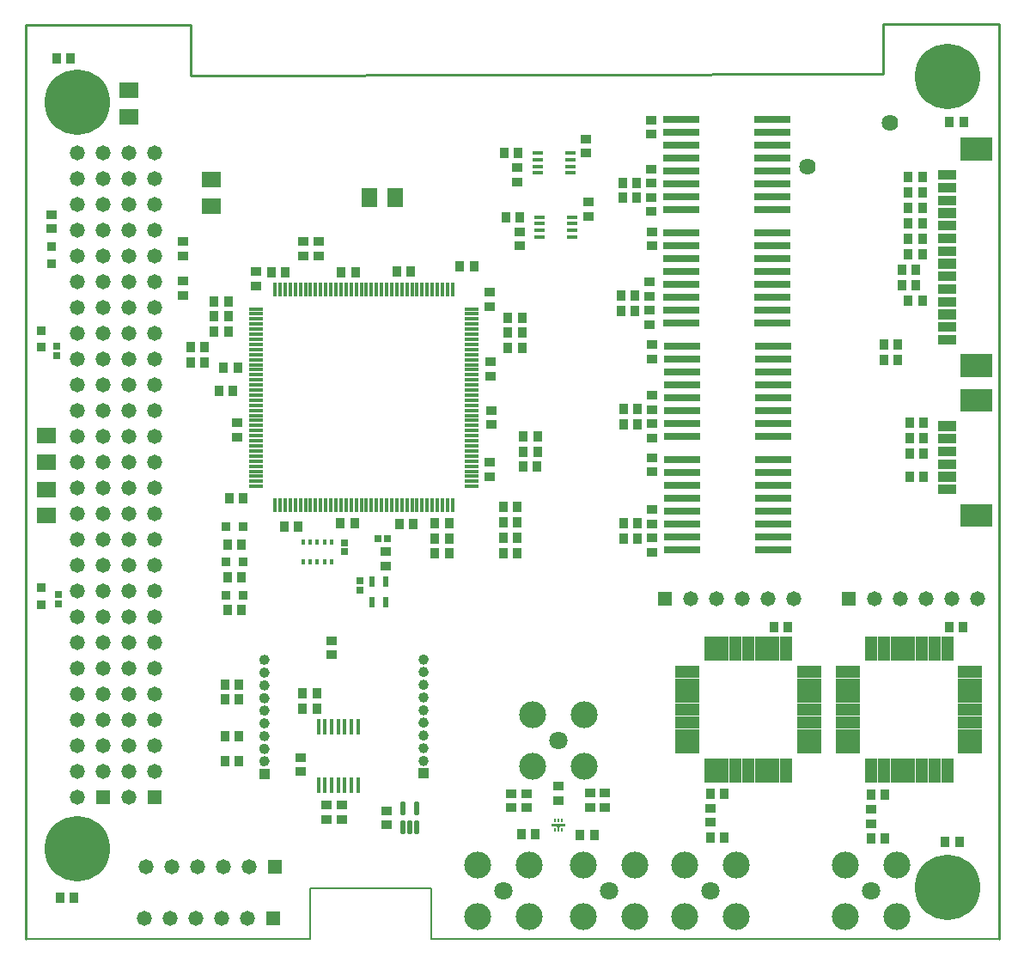
<source format=gts>
G04*
G04 #@! TF.GenerationSoftware,Altium Limited,Altium Designer,21.8.1 (53)*
G04*
G04 Layer_Color=8388736*
%FSLAX25Y25*%
%MOIN*%
G70*
G04*
G04 #@! TF.SameCoordinates,A9CDAEE6-7C4F-44BA-9064-0FEE0475B84A*
G04*
G04*
G04 #@! TF.FilePolarity,Negative*
G04*
G01*
G75*
%ADD16C,0.01000*%
%ADD19C,0.00800*%
%ADD32R,0.02000X0.04200*%
%ADD38R,0.01200X0.02400*%
%ADD44C,0.01973*%
G04:AMPARAMS|DCode=45|XSize=50.85mil|YSize=19.75mil|CornerRadius=3.97mil|HoleSize=0mil|Usage=FLASHONLY|Rotation=90.000|XOffset=0mil|YOffset=0mil|HoleType=Round|Shape=RoundedRectangle|*
%AMROUNDEDRECTD45*
21,1,0.05085,0.01181,0,0,90.0*
21,1,0.04291,0.01975,0,0,90.0*
1,1,0.00794,0.00591,0.02146*
1,1,0.00794,0.00591,-0.02146*
1,1,0.00794,-0.00591,-0.02146*
1,1,0.00794,-0.00591,0.02146*
%
%ADD45ROUNDEDRECTD45*%
%ADD46R,0.03943X0.03550*%
%ADD47R,0.14179X0.02762*%
%ADD48R,0.03550X0.03550*%
%ADD49R,0.03550X0.03943*%
%ADD50R,0.02565X0.02565*%
%ADD51R,0.03550X0.03550*%
%ADD52R,0.03943X0.01581*%
G04:AMPARAMS|DCode=53|XSize=94.55mil|YSize=43.37mil|CornerRadius=0mil|HoleSize=0mil|Usage=FLASHONLY|Rotation=90.000|XOffset=0mil|YOffset=0mil|HoleType=Round|Shape=RoundedRectangle|*
%AMROUNDEDRECTD53*
21,1,0.09455,0.04337,0,0,90.0*
21,1,0.09455,0.04337,0,0,90.0*
1,1,0.00000,0.02169,0.04728*
1,1,0.00000,0.02169,-0.04728*
1,1,0.00000,-0.02169,-0.04728*
1,1,0.00000,-0.02169,0.04728*
%
%ADD53ROUNDEDRECTD53*%
G04:AMPARAMS|DCode=54|XSize=94.55mil|YSize=43.37mil|CornerRadius=0mil|HoleSize=0mil|Usage=FLASHONLY|Rotation=0.000|XOffset=0mil|YOffset=0mil|HoleType=Round|Shape=RoundedRectangle|*
%AMROUNDEDRECTD54*
21,1,0.09455,0.04337,0,0,0.0*
21,1,0.09455,0.04337,0,0,0.0*
1,1,0.00000,0.04728,-0.02169*
1,1,0.00000,-0.04728,-0.02169*
1,1,0.00000,-0.04728,0.02169*
1,1,0.00000,0.04728,0.02169*
%
%ADD54ROUNDEDRECTD54*%
%ADD55R,0.00991X0.01699*%
%ADD56R,0.02565X0.02565*%
%ADD57R,0.05715X0.01778*%
%ADD58R,0.01778X0.05715*%
%ADD59R,0.07487X0.05912*%
%ADD60R,0.05912X0.07487*%
%ADD61R,0.01778X0.05912*%
%ADD62C,0.03947*%
%ADD63C,0.05794*%
%ADD64R,0.05794X0.05794*%
%ADD65C,0.07087*%
%ADD66C,0.10439*%
%ADD67C,0.06400*%
%ADD68R,0.03947X0.03947*%
%ADD69R,0.05794X0.05794*%
%ADD70C,0.25400*%
G36*
X360965Y230523D02*
X354066D01*
Y234272D01*
X360965D01*
Y230523D01*
D02*
G37*
G36*
X375139Y217924D02*
X362728D01*
Y226792D01*
X375139D01*
Y217924D01*
D02*
G37*
G36*
Y204542D02*
X362728D01*
Y213410D01*
X375139D01*
Y204542D01*
D02*
G37*
G36*
X360965Y197062D02*
X354066D01*
Y200812D01*
X360965D01*
Y197062D01*
D02*
G37*
G36*
Y192141D02*
X354066D01*
Y195891D01*
X360965D01*
Y192141D01*
D02*
G37*
G36*
Y187220D02*
X354066D01*
Y190969D01*
X360965D01*
Y187220D01*
D02*
G37*
G36*
Y182298D02*
X354066D01*
Y186048D01*
X360965D01*
Y182298D01*
D02*
G37*
G36*
Y177377D02*
X354066D01*
Y181127D01*
X360965D01*
Y177377D01*
D02*
G37*
G36*
Y172456D02*
X354066D01*
Y176206D01*
X360965D01*
Y172456D01*
D02*
G37*
G36*
X375139Y159857D02*
X362728D01*
Y168725D01*
X375139D01*
Y159857D01*
D02*
G37*
G36*
X156344Y62124D02*
X152398D01*
Y66071D01*
X156344D01*
Y62124D01*
D02*
G37*
G36*
X94533Y61927D02*
X90587D01*
Y65874D01*
X94533D01*
Y61927D01*
D02*
G37*
G36*
X208169Y44488D02*
X209350D01*
Y43701D01*
X207677D01*
X207087Y43110D01*
Y41437D01*
X206299D01*
Y43110D01*
X205709Y43701D01*
X204035D01*
Y44488D01*
X205217D01*
X206004Y44685D01*
X207382D01*
X208169Y44488D01*
D02*
G37*
G36*
X354066Y235444D02*
Y239194D01*
X360965D01*
Y235444D01*
X354066D01*
D02*
G37*
G36*
Y240365D02*
Y244115D01*
X360965D01*
Y240365D01*
X354066D01*
D02*
G37*
G36*
Y245287D02*
Y249036D01*
X360965D01*
Y245287D01*
X354066D01*
D02*
G37*
G36*
Y250208D02*
Y253958D01*
X360965D01*
Y250208D01*
X354066D01*
D02*
G37*
G36*
Y255129D02*
Y258879D01*
X360965D01*
Y255129D01*
X354066D01*
D02*
G37*
G36*
Y260050D02*
Y263800D01*
X360965D01*
Y260050D01*
X354066D01*
D02*
G37*
G36*
Y264972D02*
Y268721D01*
X360965D01*
Y264972D01*
X354066D01*
D02*
G37*
G36*
Y269893D02*
Y273642D01*
X360965D01*
Y269893D01*
X354066D01*
D02*
G37*
G36*
Y274814D02*
Y278564D01*
X360965D01*
Y274814D01*
X354066D01*
D02*
G37*
G36*
Y279735D02*
Y283485D01*
X360965D01*
Y279735D01*
X354066D01*
D02*
G37*
G36*
Y284657D02*
Y288406D01*
X360965D01*
Y284657D01*
X354066D01*
D02*
G37*
G36*
Y289578D02*
Y293328D01*
X360965D01*
Y289578D01*
X354066D01*
D02*
G37*
G36*
Y294499D02*
Y298249D01*
X360965D01*
Y294499D01*
X354066D01*
D02*
G37*
G36*
X362728Y301979D02*
Y310847D01*
X375139D01*
Y301979D01*
X362728D01*
D02*
G37*
D16*
X377559Y0D02*
Y59055D01*
X63976Y335039D02*
Y354724D01*
X377559Y59055D02*
X377559Y355000D01*
X0Y354724D02*
X63976D01*
X332677Y355000D02*
X377559Y355000D01*
X63976Y335039D02*
X332677Y335615D01*
Y355000D01*
X0Y0D02*
Y354724D01*
D19*
X157480Y0D02*
X377559D01*
X0D02*
X110236D01*
X157480D02*
Y19685D01*
X110236D02*
X157480D01*
X110236Y0D02*
Y19685D01*
D32*
X134442Y138700D02*
D03*
X139758D02*
D03*
Y130700D02*
D03*
X134442D02*
D03*
D38*
X118712Y146379D02*
D03*
X115956D02*
D03*
X113200D02*
D03*
X110444D02*
D03*
X107688D02*
D03*
Y153821D02*
D03*
X110444D02*
D03*
X113200D02*
D03*
X115956D02*
D03*
X118712D02*
D03*
D44*
X93546Y108192D02*
G03*
X93546Y108192I-987J0D01*
G01*
Y103271D02*
G03*
X93546Y103271I-987J0D01*
G01*
Y98350D02*
G03*
X93546Y98350I-987J0D01*
G01*
Y93428D02*
G03*
X93546Y93428I-987J0D01*
G01*
Y88507D02*
G03*
X93546Y88507I-987J0D01*
G01*
Y83586D02*
G03*
X93546Y83586I-987J0D01*
G01*
Y78665D02*
G03*
X93546Y78665I-987J0D01*
G01*
Y73743D02*
G03*
X93546Y73743I-987J0D01*
G01*
Y68822D02*
G03*
X93546Y68822I-987J0D01*
G01*
X155358Y108389D02*
G03*
X155358Y108389I-987J0D01*
G01*
Y103468D02*
G03*
X155358Y103468I-987J0D01*
G01*
Y98546D02*
G03*
X155358Y98546I-987J0D01*
G01*
Y93625D02*
G03*
X155358Y93625I-987J0D01*
G01*
Y88704D02*
G03*
X155358Y88704I-987J0D01*
G01*
Y83783D02*
G03*
X155358Y83783I-987J0D01*
G01*
Y78861D02*
G03*
X155358Y78861I-987J0D01*
G01*
Y73940D02*
G03*
X155358Y73940I-987J0D01*
G01*
Y69019D02*
G03*
X155358Y69019I-987J0D01*
G01*
D45*
X146441Y50759D02*
D03*
X151559D02*
D03*
Y43200D02*
D03*
X149000D02*
D03*
X146441D02*
D03*
D46*
X140200Y44244D02*
D03*
Y49756D02*
D03*
X243110Y225000D02*
D03*
Y230512D02*
D03*
X242913Y268898D02*
D03*
Y274409D02*
D03*
X180300Y218388D02*
D03*
Y223900D02*
D03*
X224803Y56496D02*
D03*
Y50984D02*
D03*
X188484Y50886D02*
D03*
Y56398D02*
D03*
X206693Y59153D02*
D03*
Y53642D02*
D03*
X218504Y285925D02*
D03*
Y280413D02*
D03*
X191634Y268799D02*
D03*
Y274311D02*
D03*
X217421Y310335D02*
D03*
Y304823D02*
D03*
X194390Y56398D02*
D03*
Y50886D02*
D03*
X242831Y298742D02*
D03*
Y293230D02*
D03*
X242110Y243811D02*
D03*
Y238299D02*
D03*
X242831Y287719D02*
D03*
Y282207D02*
D03*
Y317640D02*
D03*
Y312128D02*
D03*
X242110Y249323D02*
D03*
Y254835D02*
D03*
X243110Y186614D02*
D03*
Y181102D02*
D03*
X243110Y199803D02*
D03*
Y194291D02*
D03*
X243110Y166535D02*
D03*
Y161024D02*
D03*
Y155512D02*
D03*
Y150000D02*
D03*
X243110Y210827D02*
D03*
Y205315D02*
D03*
X180600Y205000D02*
D03*
Y199488D02*
D03*
X180200Y179388D02*
D03*
Y184900D02*
D03*
X139764Y144587D02*
D03*
Y150098D02*
D03*
X82100Y200256D02*
D03*
Y194744D02*
D03*
X180100Y245344D02*
D03*
Y250856D02*
D03*
X113620Y270584D02*
D03*
Y265072D02*
D03*
X61024Y255118D02*
D03*
Y249606D02*
D03*
X89500Y253400D02*
D03*
Y258912D02*
D03*
X107700Y270556D02*
D03*
Y265044D02*
D03*
X265800Y50656D02*
D03*
Y45144D02*
D03*
X328100Y50112D02*
D03*
Y44600D02*
D03*
X10000Y281000D02*
D03*
Y275488D02*
D03*
X190847Y293701D02*
D03*
Y299213D02*
D03*
X106733Y64885D02*
D03*
Y70397D02*
D03*
X118544Y110161D02*
D03*
Y115672D02*
D03*
X116670Y46283D02*
D03*
Y51794D02*
D03*
X122580Y46283D02*
D03*
Y51794D02*
D03*
X61024Y264961D02*
D03*
Y270472D02*
D03*
X218898Y56496D02*
D03*
Y50984D02*
D03*
D47*
X290074Y210025D02*
D03*
Y205025D02*
D03*
Y200025D02*
D03*
Y195025D02*
D03*
X254641D02*
D03*
Y200025D02*
D03*
Y205025D02*
D03*
Y210025D02*
D03*
Y215025D02*
D03*
Y230025D02*
D03*
Y225025D02*
D03*
Y220025D02*
D03*
X290074Y215025D02*
D03*
Y220025D02*
D03*
Y225025D02*
D03*
Y230025D02*
D03*
X289748Y254087D02*
D03*
Y249087D02*
D03*
Y244087D02*
D03*
Y239087D02*
D03*
X254315D02*
D03*
Y244087D02*
D03*
Y249087D02*
D03*
Y254087D02*
D03*
Y259087D02*
D03*
Y274087D02*
D03*
Y269087D02*
D03*
Y264087D02*
D03*
X289748Y259087D02*
D03*
Y264087D02*
D03*
Y269087D02*
D03*
Y274087D02*
D03*
X289810Y317832D02*
D03*
Y312832D02*
D03*
Y307832D02*
D03*
Y302832D02*
D03*
X254377Y307832D02*
D03*
Y312832D02*
D03*
Y317832D02*
D03*
Y302832D02*
D03*
Y297832D02*
D03*
Y292832D02*
D03*
Y287832D02*
D03*
Y282832D02*
D03*
X289810D02*
D03*
Y287832D02*
D03*
Y292832D02*
D03*
Y297832D02*
D03*
X290074Y185841D02*
D03*
Y180841D02*
D03*
Y175841D02*
D03*
Y170841D02*
D03*
X254641Y175841D02*
D03*
Y180841D02*
D03*
Y185841D02*
D03*
Y170841D02*
D03*
Y165841D02*
D03*
Y160841D02*
D03*
Y155841D02*
D03*
Y150841D02*
D03*
X290074D02*
D03*
Y155841D02*
D03*
Y160841D02*
D03*
Y165841D02*
D03*
D48*
X10000Y262000D02*
D03*
Y268496D02*
D03*
X6007Y235942D02*
D03*
Y229446D02*
D03*
X6054Y129719D02*
D03*
Y136215D02*
D03*
D49*
X363756Y121000D02*
D03*
X358244D02*
D03*
X83810Y140249D02*
D03*
X78298D02*
D03*
X83810Y153044D02*
D03*
X78298D02*
D03*
X83810Y127453D02*
D03*
X78298D02*
D03*
X185326Y155654D02*
D03*
X190838D02*
D03*
X168405Y260827D02*
D03*
X173917D02*
D03*
X69390Y223721D02*
D03*
X63878D02*
D03*
X80413Y212598D02*
D03*
X74902D02*
D03*
X82284Y221457D02*
D03*
X76772D02*
D03*
X186319Y280020D02*
D03*
X191831D02*
D03*
X191142Y304921D02*
D03*
X185630D02*
D03*
X347949Y289717D02*
D03*
X342437D02*
D03*
X237142Y293411D02*
D03*
X231630D02*
D03*
X237142Y287506D02*
D03*
X231630D02*
D03*
X236417Y243701D02*
D03*
X230906D02*
D03*
X236417Y249606D02*
D03*
X230906D02*
D03*
X237402Y205512D02*
D03*
X231890D02*
D03*
X237417Y161209D02*
D03*
X231906D02*
D03*
X237417Y155303D02*
D03*
X231906D02*
D03*
X237402Y199606D02*
D03*
X231890D02*
D03*
X347949Y295717D02*
D03*
X342437D02*
D03*
X339937Y259717D02*
D03*
X345449D02*
D03*
X342437Y283717D02*
D03*
X347949D02*
D03*
X347949Y271716D02*
D03*
X342437D02*
D03*
X342437Y265717D02*
D03*
X347949D02*
D03*
X347949Y277716D02*
D03*
X342437D02*
D03*
X342437Y247716D02*
D03*
X347949D02*
D03*
X339937Y253716D02*
D03*
X345449D02*
D03*
X332890Y230602D02*
D03*
X338402D02*
D03*
X342933Y179331D02*
D03*
X348445D02*
D03*
X342933Y194134D02*
D03*
X348445D02*
D03*
X342933Y188134D02*
D03*
X348445D02*
D03*
X342933Y200134D02*
D03*
X348445D02*
D03*
X332890Y224602D02*
D03*
X338402D02*
D03*
X193026Y194926D02*
D03*
X198538D02*
D03*
X193026Y189021D02*
D03*
X198538D02*
D03*
X185335Y161614D02*
D03*
X190847D02*
D03*
X158813Y149435D02*
D03*
X164325D02*
D03*
X158844Y161300D02*
D03*
X164356D02*
D03*
X185335Y149705D02*
D03*
X190847D02*
D03*
X185300Y167500D02*
D03*
X190812D02*
D03*
X105756Y160000D02*
D03*
X100244D02*
D03*
X144882Y160827D02*
D03*
X150394D02*
D03*
X158813Y155340D02*
D03*
X164325D02*
D03*
X198512Y183100D02*
D03*
X193000D02*
D03*
X84456Y170800D02*
D03*
X78944D02*
D03*
X127656Y161400D02*
D03*
X122144D02*
D03*
X187195Y235102D02*
D03*
X192706D02*
D03*
X187195Y229196D02*
D03*
X192706D02*
D03*
X187195Y241007D02*
D03*
X192706D02*
D03*
X122444Y258600D02*
D03*
X127956D02*
D03*
X143944Y258900D02*
D03*
X149456D02*
D03*
X100800Y258700D02*
D03*
X95288D02*
D03*
X356744Y37500D02*
D03*
X362256D02*
D03*
X333465Y55807D02*
D03*
X327953D02*
D03*
X265600Y56400D02*
D03*
X271112D02*
D03*
X265600Y39400D02*
D03*
X271112D02*
D03*
X295768Y121063D02*
D03*
X290256D02*
D03*
X333465Y38878D02*
D03*
X327953D02*
D03*
X73130Y247342D02*
D03*
X78642D02*
D03*
Y241437D02*
D03*
X73130D02*
D03*
X78642Y235531D02*
D03*
X73130D02*
D03*
X69390Y229626D02*
D03*
X63878D02*
D03*
X220669Y40157D02*
D03*
X215158D02*
D03*
X82717Y78665D02*
D03*
X77205D02*
D03*
X82717Y98743D02*
D03*
X77205D02*
D03*
X107520Y89294D02*
D03*
X113032D02*
D03*
X113032Y95200D02*
D03*
X107520D02*
D03*
X192323Y40551D02*
D03*
X197835D02*
D03*
X363976Y316929D02*
D03*
X358465D02*
D03*
X13244Y16000D02*
D03*
X18756D02*
D03*
X12008Y341535D02*
D03*
X17520D02*
D03*
X77205Y68822D02*
D03*
X82717D02*
D03*
X77205Y92838D02*
D03*
X82717D02*
D03*
D50*
X12554Y129924D02*
D03*
Y133467D02*
D03*
X12000Y226228D02*
D03*
Y229772D02*
D03*
X129600Y135228D02*
D03*
Y138772D02*
D03*
X123800Y150100D02*
D03*
Y153643D02*
D03*
D51*
X84302Y146154D02*
D03*
X77806D02*
D03*
X84302Y159934D02*
D03*
X77806D02*
D03*
X84302Y133359D02*
D03*
X77806D02*
D03*
D52*
X212024Y277520D02*
D03*
X199307D02*
D03*
X212024Y274961D02*
D03*
X199307D02*
D03*
Y280079D02*
D03*
Y272402D02*
D03*
X212024Y280079D02*
D03*
Y272402D02*
D03*
X211405Y297205D02*
D03*
Y304882D02*
D03*
X198689Y297205D02*
D03*
Y304882D02*
D03*
Y299764D02*
D03*
X211405D02*
D03*
X198689Y302323D02*
D03*
X211405D02*
D03*
D53*
X280300Y65278D02*
D03*
X275379D02*
D03*
X270458D02*
D03*
X285221D02*
D03*
X265536D02*
D03*
X295064D02*
D03*
X290142D02*
D03*
X295064Y112522D02*
D03*
X285221D02*
D03*
X280300D02*
D03*
X275379D02*
D03*
X290142D02*
D03*
X265536D02*
D03*
X270458D02*
D03*
X342800Y65278D02*
D03*
X337879D02*
D03*
X332958D02*
D03*
X347721D02*
D03*
X328036D02*
D03*
X357564D02*
D03*
X352642D02*
D03*
X357564Y112522D02*
D03*
X347721D02*
D03*
X342800D02*
D03*
X337879D02*
D03*
X352642D02*
D03*
X328036D02*
D03*
X332958D02*
D03*
D54*
X256678Y79058D02*
D03*
Y74136D02*
D03*
X303922Y83979D02*
D03*
Y103664D02*
D03*
X256678D02*
D03*
Y98743D02*
D03*
Y93821D02*
D03*
Y88900D02*
D03*
Y83979D02*
D03*
X303922Y88900D02*
D03*
Y93821D02*
D03*
Y98743D02*
D03*
Y74136D02*
D03*
Y79058D02*
D03*
X319178D02*
D03*
Y74136D02*
D03*
X366422Y83979D02*
D03*
Y103664D02*
D03*
X319178D02*
D03*
Y98743D02*
D03*
Y93821D02*
D03*
Y88900D02*
D03*
Y83979D02*
D03*
X366422Y88900D02*
D03*
Y93821D02*
D03*
Y98743D02*
D03*
Y74136D02*
D03*
Y79058D02*
D03*
D55*
X205315Y42185D02*
D03*
X208071D02*
D03*
Y46004D02*
D03*
X206693D02*
D03*
X205315D02*
D03*
D56*
X136713Y155217D02*
D03*
X140256D02*
D03*
D57*
X89355Y175511D02*
D03*
Y177480D02*
D03*
Y179448D02*
D03*
Y181416D02*
D03*
Y183385D02*
D03*
Y185354D02*
D03*
Y187322D02*
D03*
Y189291D02*
D03*
Y191259D02*
D03*
Y193228D02*
D03*
Y195196D02*
D03*
Y197165D02*
D03*
Y199133D02*
D03*
Y201102D02*
D03*
Y203070D02*
D03*
Y205039D02*
D03*
Y207007D02*
D03*
Y208976D02*
D03*
Y210944D02*
D03*
Y212913D02*
D03*
Y214881D02*
D03*
Y216850D02*
D03*
Y218818D02*
D03*
Y220787D02*
D03*
Y222755D02*
D03*
Y224724D02*
D03*
Y226692D02*
D03*
Y228661D02*
D03*
Y230629D02*
D03*
Y232598D02*
D03*
Y234566D02*
D03*
Y236535D02*
D03*
Y238503D02*
D03*
Y240472D02*
D03*
Y242440D02*
D03*
Y244409D02*
D03*
X173017D02*
D03*
Y242440D02*
D03*
Y240472D02*
D03*
Y238503D02*
D03*
Y236535D02*
D03*
Y234566D02*
D03*
Y232598D02*
D03*
Y230629D02*
D03*
Y228661D02*
D03*
Y224724D02*
D03*
Y222755D02*
D03*
Y220787D02*
D03*
Y218818D02*
D03*
Y216850D02*
D03*
Y214881D02*
D03*
Y212913D02*
D03*
Y210944D02*
D03*
Y208976D02*
D03*
Y207007D02*
D03*
Y205039D02*
D03*
Y203070D02*
D03*
Y201102D02*
D03*
Y199133D02*
D03*
Y197165D02*
D03*
Y195196D02*
D03*
Y193228D02*
D03*
Y191259D02*
D03*
Y189291D02*
D03*
Y187322D02*
D03*
Y185354D02*
D03*
Y183385D02*
D03*
Y181416D02*
D03*
Y179448D02*
D03*
Y177480D02*
D03*
Y175511D02*
D03*
Y226692D02*
D03*
D58*
X96737Y251790D02*
D03*
X98706D02*
D03*
X100674D02*
D03*
X102643D02*
D03*
X104611D02*
D03*
X106579D02*
D03*
X108548D02*
D03*
X110517D02*
D03*
X112485D02*
D03*
X114453D02*
D03*
X116422D02*
D03*
X118391D02*
D03*
X120359D02*
D03*
X122328D02*
D03*
X124296D02*
D03*
X126265D02*
D03*
X128233D02*
D03*
X130202D02*
D03*
X132170D02*
D03*
X134139D02*
D03*
X136107D02*
D03*
X138076D02*
D03*
X140044D02*
D03*
X142013D02*
D03*
X143981D02*
D03*
X145950D02*
D03*
X147918D02*
D03*
X149887D02*
D03*
X151855D02*
D03*
X153824D02*
D03*
X155792D02*
D03*
X157761D02*
D03*
X159729D02*
D03*
X161698D02*
D03*
X163666D02*
D03*
X165635D02*
D03*
Y168129D02*
D03*
X163666D02*
D03*
X161698D02*
D03*
X159729D02*
D03*
X157761D02*
D03*
X155792D02*
D03*
X153824D02*
D03*
X151855D02*
D03*
X149887D02*
D03*
X147918D02*
D03*
X145950D02*
D03*
X143981D02*
D03*
X142013D02*
D03*
X138076D02*
D03*
X136107D02*
D03*
X134139D02*
D03*
X132170D02*
D03*
X130202D02*
D03*
X124296D02*
D03*
X122328D02*
D03*
X120359D02*
D03*
X118391D02*
D03*
X116422D02*
D03*
X114453D02*
D03*
X112485D02*
D03*
X110517D02*
D03*
X108548D02*
D03*
X106579D02*
D03*
X104611D02*
D03*
X102643D02*
D03*
X100674D02*
D03*
X98706D02*
D03*
X96737D02*
D03*
X126265D02*
D03*
X128233D02*
D03*
X140044D02*
D03*
D59*
X40000Y329118D02*
D03*
Y318882D02*
D03*
X72000Y284382D02*
D03*
Y294618D02*
D03*
X7874Y195276D02*
D03*
Y185039D02*
D03*
Y164173D02*
D03*
Y174409D02*
D03*
D60*
X133264Y287500D02*
D03*
X143500D02*
D03*
D61*
X116182Y82109D02*
D03*
X118741D02*
D03*
X121300D02*
D03*
X123859D02*
D03*
X126418D02*
D03*
X123859Y59472D02*
D03*
X126418D02*
D03*
X128977D02*
D03*
X121300D02*
D03*
X118741D02*
D03*
X116182D02*
D03*
X113623D02*
D03*
Y82109D02*
D03*
X128977D02*
D03*
D62*
X154371Y88704D02*
D03*
Y93625D02*
D03*
X92560Y108192D02*
D03*
Y103271D02*
D03*
Y98350D02*
D03*
Y93428D02*
D03*
Y88507D02*
D03*
Y83586D02*
D03*
Y78665D02*
D03*
Y73743D02*
D03*
Y68822D02*
D03*
X154371Y108389D02*
D03*
Y103468D02*
D03*
Y98546D02*
D03*
Y83783D02*
D03*
Y78861D02*
D03*
Y73940D02*
D03*
Y69019D02*
D03*
D63*
X369508Y131791D02*
D03*
X359508D02*
D03*
X349508D02*
D03*
X339508D02*
D03*
X329508D02*
D03*
X297992D02*
D03*
X287992D02*
D03*
X277992D02*
D03*
X267992D02*
D03*
X257992D02*
D03*
X46535Y27905D02*
D03*
X56535D02*
D03*
X66535D02*
D03*
X76535D02*
D03*
X86535D02*
D03*
X46000Y8000D02*
D03*
X56000D02*
D03*
X66000D02*
D03*
X76000D02*
D03*
X86000D02*
D03*
X40000Y255000D02*
D03*
Y245000D02*
D03*
Y225000D02*
D03*
Y235000D02*
D03*
Y205000D02*
D03*
Y195000D02*
D03*
Y185000D02*
D03*
Y165000D02*
D03*
Y175000D02*
D03*
Y145000D02*
D03*
Y125000D02*
D03*
Y155000D02*
D03*
Y135000D02*
D03*
Y215000D02*
D03*
Y265000D02*
D03*
X50000Y105000D02*
D03*
Y135000D02*
D03*
Y125000D02*
D03*
Y115000D02*
D03*
Y145000D02*
D03*
Y165000D02*
D03*
Y65000D02*
D03*
Y85000D02*
D03*
Y95000D02*
D03*
Y75000D02*
D03*
Y155000D02*
D03*
X40000Y305000D02*
D03*
Y275000D02*
D03*
Y295000D02*
D03*
X50000Y285000D02*
D03*
Y295000D02*
D03*
X40000Y285000D02*
D03*
X50000Y305000D02*
D03*
Y275000D02*
D03*
Y255000D02*
D03*
Y245000D02*
D03*
Y235000D02*
D03*
Y225000D02*
D03*
Y215000D02*
D03*
Y205000D02*
D03*
Y185000D02*
D03*
Y175000D02*
D03*
Y265000D02*
D03*
Y195000D02*
D03*
X40000Y95000D02*
D03*
Y105000D02*
D03*
Y75000D02*
D03*
Y115000D02*
D03*
Y55000D02*
D03*
Y85000D02*
D03*
Y65000D02*
D03*
X20000Y255000D02*
D03*
Y245000D02*
D03*
Y225000D02*
D03*
Y235000D02*
D03*
Y205000D02*
D03*
Y195000D02*
D03*
Y185000D02*
D03*
Y165000D02*
D03*
Y175000D02*
D03*
Y145000D02*
D03*
Y125000D02*
D03*
Y155000D02*
D03*
Y135000D02*
D03*
Y215000D02*
D03*
Y265000D02*
D03*
X30000Y105000D02*
D03*
Y135000D02*
D03*
Y125000D02*
D03*
Y115000D02*
D03*
Y145000D02*
D03*
Y165000D02*
D03*
Y65000D02*
D03*
Y85000D02*
D03*
Y95000D02*
D03*
Y75000D02*
D03*
Y155000D02*
D03*
X20000Y305000D02*
D03*
Y275000D02*
D03*
Y295000D02*
D03*
X30000Y285000D02*
D03*
Y295000D02*
D03*
X20000Y285000D02*
D03*
X30000Y305000D02*
D03*
Y275000D02*
D03*
Y255000D02*
D03*
Y245000D02*
D03*
Y235000D02*
D03*
Y225000D02*
D03*
Y215000D02*
D03*
Y205000D02*
D03*
Y185000D02*
D03*
Y175000D02*
D03*
Y265000D02*
D03*
Y195000D02*
D03*
X20000Y95000D02*
D03*
Y105000D02*
D03*
Y75000D02*
D03*
Y115000D02*
D03*
Y55000D02*
D03*
Y85000D02*
D03*
Y65000D02*
D03*
D64*
X319508Y131791D02*
D03*
X247992D02*
D03*
X96535Y27905D02*
D03*
X96000Y8000D02*
D03*
D65*
X206806Y77048D02*
D03*
X226378Y18504D02*
D03*
X185433D02*
D03*
X265700Y18500D02*
D03*
X328000D02*
D03*
D66*
X196806Y87048D02*
D03*
X216806D02*
D03*
X196806Y67048D02*
D03*
X216806D02*
D03*
X216378Y28504D02*
D03*
X236378D02*
D03*
X216378Y8504D02*
D03*
X236378D02*
D03*
X175433Y28504D02*
D03*
X195433D02*
D03*
X175433Y8504D02*
D03*
X195433D02*
D03*
X255700Y8500D02*
D03*
Y28500D02*
D03*
X275700Y8500D02*
D03*
Y28500D02*
D03*
X318000Y8500D02*
D03*
Y28500D02*
D03*
X338000Y8500D02*
D03*
Y28500D02*
D03*
D67*
X335500Y316500D02*
D03*
X303400Y299500D02*
D03*
D68*
X92560Y63901D02*
D03*
X154371Y64098D02*
D03*
D69*
X50000Y55000D02*
D03*
X30000D02*
D03*
D70*
X357559Y334724D02*
D03*
Y20000D02*
D03*
X20000Y35000D02*
D03*
Y324724D02*
D03*
M02*

</source>
